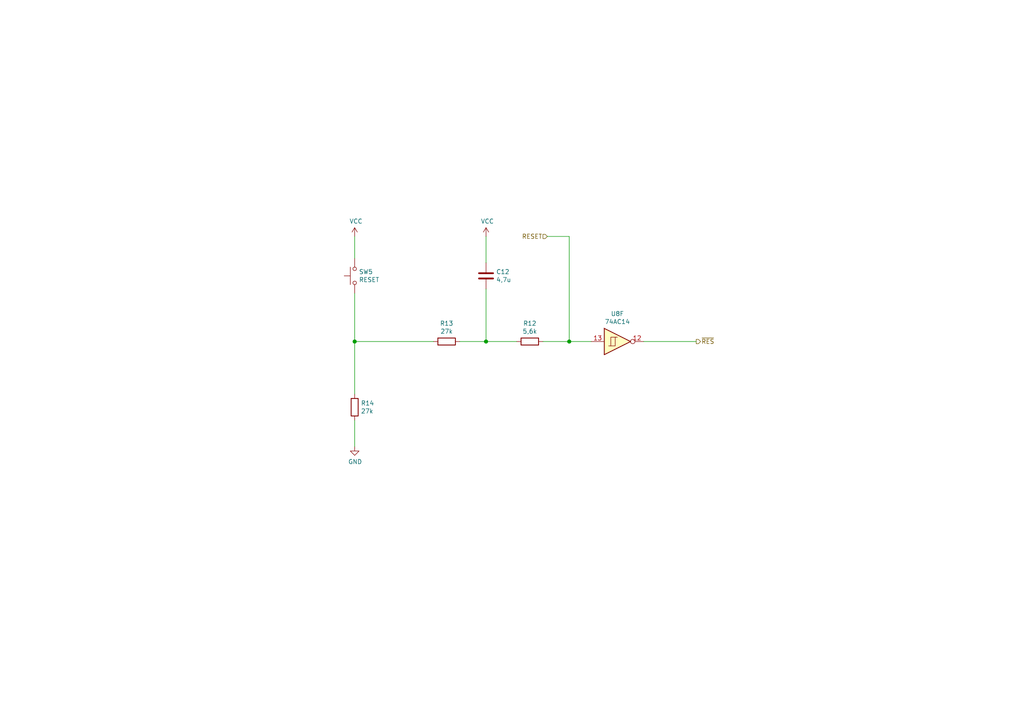
<source format=kicad_sch>
(kicad_sch (version 20201015) (generator eeschema)
  (paper "A4")
  (lib_symbols
    (symbol "74xx:74LS14" (pin_names (offset 1.016))
      (property "Reference" "U" (at 0 1.27 0))
      (property "Value" "74LS14" (at 0 -1.27 0))
      (symbol "74LS14_1_0"
        (polyline (pts (xy -3.81 3.81) (xy -3.81 -3.81) (xy 3.81 0) (xy -3.81 3.81)) (stroke (width 0.254)) (fill (type background)))
        (pin input line (at -7.62 0 0) (length 3.81) (name "~") (number "1"))
        (pin output inverted (at 7.62 0 180) (length 3.81) (name "~") (number "2"))
      )
      (symbol "74LS14_1_1"
        (polyline (pts (xy -1.905 -1.27) (xy -1.905 1.27) (xy -0.635 1.27)))
        (polyline (pts (xy -2.54 -1.27) (xy -0.635 -1.27) (xy -0.635 1.27) (xy 0 1.27)))
      )
      (symbol "74LS14_2_0"
        (polyline (pts (xy -3.81 3.81) (xy -3.81 -3.81) (xy 3.81 0) (xy -3.81 3.81)) (stroke (width 0.254)) (fill (type background)))
        (pin input line (at -7.62 0 0) (length 3.81) (name "~") (number "3"))
        (pin output inverted (at 7.62 0 180) (length 3.81) (name "~") (number "4"))
      )
      (symbol "74LS14_2_1"
        (polyline (pts (xy -1.905 -1.27) (xy -1.905 1.27) (xy -0.635 1.27)))
        (polyline (pts (xy -2.54 -1.27) (xy -0.635 -1.27) (xy -0.635 1.27) (xy 0 1.27)))
      )
      (symbol "74LS14_3_0"
        (polyline (pts (xy -3.81 3.81) (xy -3.81 -3.81) (xy 3.81 0) (xy -3.81 3.81)) (stroke (width 0.254)) (fill (type background)))
        (pin input line (at -7.62 0 0) (length 3.81) (name "~") (number "5"))
        (pin output inverted (at 7.62 0 180) (length 3.81) (name "~") (number "6"))
      )
      (symbol "74LS14_3_1"
        (polyline (pts (xy -1.905 -1.27) (xy -1.905 1.27) (xy -0.635 1.27)))
        (polyline (pts (xy -2.54 -1.27) (xy -0.635 -1.27) (xy -0.635 1.27) (xy 0 1.27)))
      )
      (symbol "74LS14_4_0"
        (polyline (pts (xy -3.81 3.81) (xy -3.81 -3.81) (xy 3.81 0) (xy -3.81 3.81)) (stroke (width 0.254)) (fill (type background)))
        (pin output inverted (at 7.62 0 180) (length 3.81) (name "~") (number "8"))
        (pin input line (at -7.62 0 0) (length 3.81) (name "~") (number "9"))
      )
      (symbol "74LS14_4_1"
        (polyline (pts (xy -1.905 -1.27) (xy -1.905 1.27) (xy -0.635 1.27)))
        (polyline (pts (xy -2.54 -1.27) (xy -0.635 -1.27) (xy -0.635 1.27) (xy 0 1.27)))
      )
      (symbol "74LS14_5_0"
        (polyline (pts (xy -3.81 3.81) (xy -3.81 -3.81) (xy 3.81 0) (xy -3.81 3.81)) (stroke (width 0.254)) (fill (type background)))
        (pin output inverted (at 7.62 0 180) (length 3.81) (name "~") (number "10"))
        (pin input line (at -7.62 0 0) (length 3.81) (name "~") (number "11"))
      )
      (symbol "74LS14_5_1"
        (polyline (pts (xy -1.905 -1.27) (xy -1.905 1.27) (xy -0.635 1.27)))
        (polyline (pts (xy -2.54 -1.27) (xy -0.635 -1.27) (xy -0.635 1.27) (xy 0 1.27)))
      )
      (symbol "74LS14_6_0"
        (polyline (pts (xy -3.81 3.81) (xy -3.81 -3.81) (xy 3.81 0) (xy -3.81 3.81)) (stroke (width 0.254)) (fill (type background)))
        (pin output inverted (at 7.62 0 180) (length 3.81) (name "~") (number "12"))
        (pin input line (at -7.62 0 0) (length 3.81) (name "~") (number "13"))
      )
      (symbol "74LS14_6_1"
        (polyline (pts (xy -1.905 -1.27) (xy -1.905 1.27) (xy -0.635 1.27)))
        (polyline (pts (xy -2.54 -1.27) (xy -0.635 -1.27) (xy -0.635 1.27) (xy 0 1.27)))
      )
      (symbol "74LS14_7_0"
        (pin power_in line (at 0 12.7 270) (length 5.08) (name "VCC") (number "14"))
        (pin power_in line (at 0 -12.7 90) (length 5.08) (name "GND") (number "7"))
      )
      (symbol "74LS14_7_1"
        (rectangle (start -5.08 7.62) (end 5.08 -7.62) (stroke (width 0.254)) (fill (type background)))
      )
    )
    (symbol "Device:C" (pin_numbers hide) (pin_names (offset 0.254))
      (property "Reference" "C" (at 0.635 2.54 0))
      (property "Value" "C" (at 0.635 -2.54 0))
      (symbol "C_0_1"
        (polyline (pts (xy -2.032 -0.762) (xy 2.032 -0.762)) (stroke (width 0.508)))
        (polyline (pts (xy -2.032 0.762) (xy 2.032 0.762)) (stroke (width 0.508)))
      )
      (symbol "C_1_1"
        (pin passive line (at 0 3.81 270) (length 2.794) (name "~") (number "1"))
        (pin passive line (at 0 -3.81 90) (length 2.794) (name "~") (number "2"))
      )
    )
    (symbol "Device:R" (pin_numbers hide) (pin_names (offset 0))
      (property "Reference" "R" (at 2.032 0 90))
      (property "Value" "R" (at 0 0 90))
      (symbol "R_0_1"
        (rectangle (start -1.016 -2.54) (end 1.016 2.54) (stroke (width 0.254)))
      )
      (symbol "R_1_1"
        (pin passive line (at 0 3.81 270) (length 1.27) (name "~") (number "1"))
        (pin passive line (at 0 -3.81 90) (length 1.27) (name "~") (number "2"))
      )
    )
    (symbol "Switch:SW_MEC_5G" (pin_numbers hide) (pin_names (offset 1.016) hide)
      (property "Reference" "SW" (at 1.27 2.54 0))
      (property "Value" "SW_MEC_5G" (at 0 -1.524 0))
      (symbol "SW_MEC_5G_0_1"
        (circle (center -2.032 0) (radius 0.508))
        (circle (center 2.032 0) (radius 0.508))
        (polyline (pts (xy 0 1.27) (xy 0 3.048)))
        (polyline (pts (xy 2.54 1.27) (xy -2.54 1.27)))
        (pin passive line (at -5.08 0 0) (length 2.54) (name "A") (number "1"))
        (pin passive line (at 5.08 0 180) (length 2.54) (name "B") (number "3"))
      )
      (symbol "SW_MEC_5G_1_1"
        (pin passive line (at -5.08 0 0) (length 2.54) hide (name "A") (number "2"))
        (pin passive line (at 5.08 0 180) (length 2.54) hide (name "B") (number "4"))
      )
    )
    (symbol "power:GND" (power) (pin_names (offset 0))
      (property "Value" "GND" (at 0 -3.81 0))
      (symbol "GND_0_1"
        (polyline (pts (xy 0 0) (xy 0 -1.27) (xy 1.27 -1.27) (xy 0 -2.54) (xy -1.27 -1.27) (xy 0 -1.27)))
      )
      (symbol "GND_1_1"
        (pin power_in line (at 0 0 270) (length 0) hide (name "GND") (number "1"))
      )
    )
    (symbol "power:VCC" (power) (pin_names (offset 0))
      (property "Value" "VCC" (at 0 3.81 0))
      (symbol "VCC_0_1"
        (polyline (pts (xy -0.762 1.27) (xy 0 2.54)))
        (polyline (pts (xy 0 0) (xy 0 2.54)))
        (polyline (pts (xy 0 2.54) (xy 0.762 1.27)))
      )
      (symbol "VCC_1_1"
        (pin power_in line (at 0 0 90) (length 0) hide (name "VCC") (number "1"))
      )
    )
  )
  (junction (at 102.87 99.06) (diameter 1.016))
  (junction (at 140.97 99.06) (diameter 1.016))
  (junction (at 165.1 99.06) (diameter 1.016))
  (wire (pts (xy 102.87 68.58) (xy 102.87 74.93)))
  (wire (pts (xy 102.87 85.09) (xy 102.87 99.06)))
  (wire (pts (xy 102.87 99.06) (xy 102.87 114.3)))
  (wire (pts (xy 102.87 121.92) (xy 102.87 129.54)))
  (wire (pts (xy 125.73 99.06) (xy 102.87 99.06)))
  (wire (pts (xy 133.35 99.06) (xy 140.97 99.06)))
  (wire (pts (xy 140.97 76.2) (xy 140.97 68.58)))
  (wire (pts (xy 140.97 83.82) (xy 140.97 99.06)))
  (wire (pts (xy 140.97 99.06) (xy 149.86 99.06)))
  (wire (pts (xy 157.48 99.06) (xy 165.1 99.06)))
  (wire (pts (xy 165.1 68.58) (xy 158.75 68.58)))
  (wire (pts (xy 165.1 99.06) (xy 165.1 68.58)))
  (wire (pts (xy 165.1 99.06) (xy 171.45 99.06)))
  (wire (pts (xy 186.69 99.06) (xy 201.93 99.06)))
  (hierarchical_label "RESET" (shape input) (at 158.75 68.58 180))
  (hierarchical_label "~RES" (shape output) (at 201.93 99.06 0))
  (symbol (lib_id "power:VCC") (at 102.87 68.58 0) (unit 1)
    (property "Reference" "#PWR0113" (effects hide))
    (property "Value" "VCC" (at 103.251 64.1858 0))
  )
  (symbol (lib_id "power:VCC") (at 140.97 68.58 0) (unit 1)
    (property "Reference" "#PWR0114" (effects hide))
    (property "Value" "VCC" (at 141.351 64.1858 0))
  )
  (symbol (lib_id "power:GND") (at 102.87 129.54 0) (unit 1)
    (property "Reference" "#PWR0115" (effects hide))
    (property "Value" "GND" (at 102.997 133.9342 0))
  )
  (symbol (lib_id "Device:R") (at 102.87 118.11 0) (unit 1)
    (property "Reference" "R14" (at 104.648 116.9416 0) (effects (justify left)))
    (property "Value" "27k" (at 104.648 119.253 0) (effects (justify left)))
    (property "Footprint" "Resistor_SMD:R_0805_2012Metric_Pad1.20x1.40mm_HandSolder" (effects hide))
  )
  (symbol (lib_id "Device:R") (at 129.54 99.06 270) (unit 1)
    (property "Reference" "R13" (at 129.54 93.8022 90))
    (property "Value" "27k" (at 129.54 96.1136 90))
    (property "Footprint" "Resistor_SMD:R_0805_2012Metric_Pad1.20x1.40mm_HandSolder" (effects hide))
  )
  (symbol (lib_id "Device:R") (at 153.67 99.06 270) (unit 1)
    (property "Reference" "R12" (at 153.67 93.8022 90))
    (property "Value" "5,6k" (at 153.67 96.1136 90))
    (property "Footprint" "Resistor_SMD:R_0805_2012Metric_Pad1.20x1.40mm_HandSolder" (effects hide))
  )
  (symbol (lib_id "Device:C") (at 140.97 80.01 0) (unit 1)
    (property "Reference" "C12" (at 143.891 78.8416 0) (effects (justify left)))
    (property "Value" "4,7u" (at 143.891 81.153 0) (effects (justify left)))
    (property "Footprint" "Capacitor_SMD:C_0805_2012Metric_Pad1.18x1.45mm_HandSolder" (effects hide))
  )
  (symbol (lib_id "Switch:SW_MEC_5G") (at 102.87 80.01 90) (unit 1)
    (property "Reference" "SW5" (at 104.0892 78.8416 90) (effects (justify right)))
    (property "Value" "RESET" (at 104.0892 81.153 90) (effects (justify right)))
    (property "Footprint" "sbc6526:SW_TH_Tactile_Omron_B3F-10xx" (effects hide))
    (property "Datasheet" "http://www.apem.com/int/index.php?controller=attachment&id_attachment=488" (effects hide))
  )
  (symbol (lib_id "74xx:74LS14") (at 179.07 99.06 0) (unit 6)
    (property "Reference" "U8" (at 179.07 91.0082 0))
    (property "Value" "74AC14" (at 179.07 93.3196 0))
    (property "Footprint" "Package_SO:SOIC-14_3.9x8.7mm_P1.27mm" (effects hide))
    (property "Datasheet" "http://www.ti.com/lit/gpn/sn74LS14" (effects hide))
  )
)
</source>
